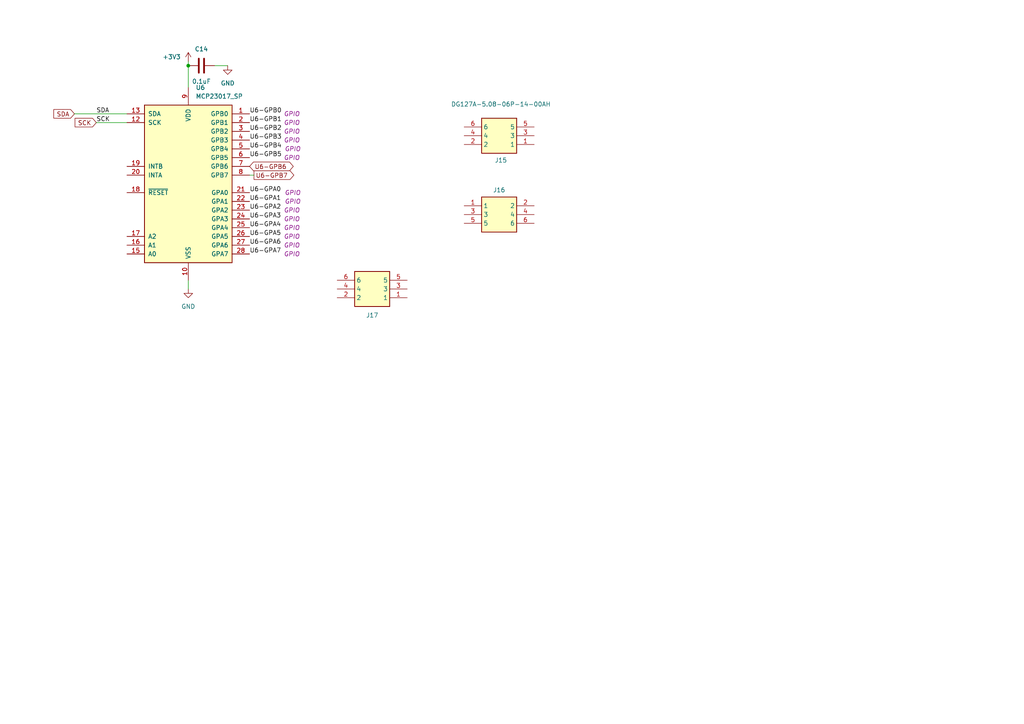
<source format=kicad_sch>
(kicad_sch (version 20250114) (generator "eeschema") (generator_version "9.0")
  (paper "A4")
  (lib_symbols
    (symbol "1_tme:DG127A-5.08-06P-14-00AH"
      (property "Reference" "J" (at 16.51 7.62 0))
      (property "Value" "DG127A-5.08-06P-14-00AH" (at 16.51 5.08 0))
      (symbol "DG127A-5.08-06P-14-00AH_1_1"
        (rectangle (start 5.08 2.54) (end 15.24 -7.62) (stroke (width 0.254)) (fill (type background)))
        (pin passive line (at 0 0 0) (length 5.08) (name "2") (number "2"))
        (pin passive line (at 0 -2.54 0) (length 5.08) (name "4") (number "4"))
        (pin passive line (at 0 -5.08 0) (length 5.08) (name "6") (number "6"))
        (pin passive line (at 20.32 0 180) (length 5.08) (name "1") (number "1"))
        (pin passive line (at 20.32 -2.54 180) (length 5.08) (name "3") (number "3"))
        (pin passive line (at 20.32 -5.08 180) (length 5.08) (name "5") (number "5"))
      )
    )
    (symbol "Device:C" (pin_numbers (hide yes)) (pin_names (offset 0.254))
      (property "Reference" "C" (at 0.635 2.54 0))
      (property "Value" "C" (at 0.635 -2.54 0))
      (symbol "C_0_1"
        (polyline (pts (xy -2.032 0.762) (xy 2.032 0.762)) (stroke (width 0.508)))
        (polyline (pts (xy -2.032 -0.762) (xy 2.032 -0.762)) (stroke (width 0.508)))
      )
      (symbol "C_1_1"
        (pin passive line (at 0 3.81 270) (length 2.794) (name "~") (number "1"))
        (pin passive line (at 0 -3.81 90) (length 2.794) (name "~") (number "2"))
      )
    )
    (symbol "Interface_Expansion:MCP23017_SP" (pin_names (offset 1.016))
      (property "Reference" "U" (at -11.43 24.13 0))
      (property "Value" "MCP23017_SP" (at 0 0 0))
      (symbol "MCP23017_SP_0_1"
        (rectangle (start -12.7 22.86) (end 12.7 -22.86) (stroke (width 0.254)) (fill (type background)))
      )
      (symbol "MCP23017_SP_1_1"
        (pin bidirectional line (at -17.78 20.32 0) (length 5.08) (name "SDA") (number "13"))
        (pin input line (at -17.78 17.78 0) (length 5.08) (name "SCK") (number "12"))
        (pin tri_state line (at -17.78 5.08 0) (length 5.08) (name "INTB") (number "19"))
        (pin tri_state line (at -17.78 2.54 0) (length 5.08) (name "INTA") (number "20"))
        (pin input line (at -17.78 -2.54 0) (length 5.08) (name "~{RESET}") (number "18"))
        (pin input line (at -17.78 -15.24 0) (length 5.08) (name "A2") (number "17"))
        (pin input line (at -17.78 -17.78 0) (length 5.08) (name "A1") (number "16"))
        (pin input line (at -17.78 -20.32 0) (length 5.08) (name "A0") (number "15"))
        (pin no_connect line (at -12.7 15.24 0) (length 5.08) (hide yes) (name "NC") (number "11"))
        (pin no_connect line (at -12.7 12.7 0) (length 5.08) (hide yes) (name "NC") (number "14"))
        (pin power_in line (at 0 27.94 270) (length 5.08) (name "VDD") (number "9"))
        (pin power_in line (at 0 -27.94 90) (length 5.08) (name "VSS") (number "10"))
        (pin bidirectional line (at 17.78 20.32 180) (length 5.08) (name "GPB0") (number "1"))
        (pin bidirectional line (at 17.78 17.78 180) (length 5.08) (name "GPB1") (number "2"))
        (pin bidirectional line (at 17.78 15.24 180) (length 5.08) (name "GPB2") (number "3"))
        (pin bidirectional line (at 17.78 12.7 180) (length 5.08) (name "GPB3") (number "4"))
        (pin bidirectional line (at 17.78 10.16 180) (length 5.08) (name "GPB4") (number "5"))
        (pin bidirectional line (at 17.78 7.62 180) (length 5.08) (name "GPB5") (number "6"))
        (pin bidirectional line (at 17.78 5.08 180) (length 5.08) (name "GPB6") (number "7"))
        (pin output line (at 17.78 2.54 180) (length 5.08) (name "GPB7") (number "8"))
        (pin bidirectional line (at 17.78 -2.54 180) (length 5.08) (name "GPA0") (number "21"))
        (pin bidirectional line (at 17.78 -5.08 180) (length 5.08) (name "GPA1") (number "22"))
        (pin bidirectional line (at 17.78 -7.62 180) (length 5.08) (name "GPA2") (number "23"))
        (pin bidirectional line (at 17.78 -10.16 180) (length 5.08) (name "GPA3") (number "24"))
        (pin bidirectional line (at 17.78 -12.7 180) (length 5.08) (name "GPA4") (number "25"))
        (pin bidirectional line (at 17.78 -15.24 180) (length 5.08) (name "GPA5") (number "26"))
        (pin bidirectional line (at 17.78 -17.78 180) (length 5.08) (name "GPA6") (number "27"))
        (pin output line (at 17.78 -20.32 180) (length 5.08) (name "GPA7") (number "28"))
      )
    )
    (symbol "power:+5VD" (power) (pin_numbers (hide yes)) (pin_names (offset 0) (hide yes))
      (property "Value" "+5VD" (at 0 3.556 0))
      (symbol "+5VD_0_1"
        (polyline (pts (xy -0.762 1.27) (xy 0 2.54)))
        (polyline (pts (xy 0 2.54) (xy 0.762 1.27)))
        (polyline (pts (xy 0 0) (xy 0 2.54)))
      )
      (symbol "+5VD_1_1"
        (pin power_in line (at 0 0 90) (length 0) (name "~") (number "1"))
      )
    )
    (symbol "power:GND" (power) (pin_numbers (hide yes)) (pin_names (offset 0) (hide yes))
      (property "Value" "GND" (at 0 -3.81 0))
      (symbol "GND_0_1"
        (polyline (pts (xy 0 0) (xy 0 -1.27) (xy 1.27 -1.27) (xy 0 -2.54) (xy -1.27 -1.27) (xy 0 -1.27)))
      )
      (symbol "GND_1_1"
        (pin power_in line (at 0 0 270) (length 0) (name "~") (number "1"))
      )
    )
  )
  (junction (at 54.61 19.05))
  (wire (pts (xy 73.66 50.8) (xy 72.39 50.8)))
  (wire (pts (xy 21.59 33.02) (xy 36.83 33.02)))
  (wire (pts (xy 54.61 17.78) (xy 54.61 19.05)))
  (wire (pts (xy 27.94 35.56) (xy 36.83 35.56)))
  (wire (pts (xy 54.61 81.28) (xy 54.61 83.82)))
  (wire (pts (xy 66.04 19.05) (xy 62.23 19.05)))
  (wire (pts (xy 54.61 19.05) (xy 54.61 25.4)))
  (label "U6-GPB2" (at 72.39 38.1 0) (property "Netclass" "GPIO" (at 82.296 38.1 0) (effects (font (italic yes)) (justify left))))
  (label "U6-GPB5" (at 72.39 45.72 0) (property "Netclass" "GPIO" (at 82.296 45.72 0) (effects (font (italic yes)) (justify left))))
  (label "U6-GPA1" (at 72.39 58.42 0) (property "Netclass" "GPIO" (at 82.55 58.42 0) (effects (font (italic yes)) (justify left))))
  (label "U6-GPB4" (at 72.39 43.18 0) (property "Netclass" "GPIO" (at 82.55 43.18 0) (effects (font (italic yes)) (justify left))))
  (label "U6-GPA5" (at 72.39 68.58 0) (property "Netclass" "GPIO" (at 82.296 68.58 0) (effects (font (italic yes)) (justify left))))
  (label "U6-GPB3" (at 72.39 40.64 0) (property "Netclass" "GPIO" (at 82.296 40.64 0) (effects (font (italic yes)) (justify left))))
  (label "U6-GPB1" (at 72.39 35.56 0) (property "Netclass" "GPIO" (at 82.296 35.56 0) (effects (font (italic yes)) (justify left))))
  (label "U6-GPA3" (at 72.39 63.5 0) (property "Netclass" "GPIO" (at 82.296 63.5 0) (effects (font (italic yes)) (justify left))))
  (label "SDA" (at 27.94 33.02 0))
  (label "SCK" (at 27.94 35.56 0))
  (label "U6-GPA4" (at 72.39 66.04 0) (property "Netclass" "GPIO" (at 82.296 66.04 0) (effects (font (italic yes)) (justify left))))
  (label "U6-GPA7" (at 72.39 73.66 0) (property "Netclass" "GPIO" (at 82.296 73.66 0) (effects (font (italic yes)) (justify left))))
  (label "U6-GPA0" (at 72.39 55.88 0) (property "Netclass" "GPIO" (at 82.55 55.88 0) (effects (font (italic yes)) (justify left))))
  (label "U6-GPB0" (at 72.39 33.02 0) (property "Netclass" "GPIO" (at 82.296 33.02 0) (effects (font (italic yes)) (justify left))))
  (label "U6-GPA2" (at 72.39 60.96 0) (property "Netclass" "GPIO" (at 82.296 60.96 0) (effects (font (italic yes)) (justify left))))
  (label "U6-GPA6" (at 72.39 71.12 0) (property "Netclass" "GPIO" (at 82.296 71.12 0) (effects (font (italic yes)) (justify left))))
  (global_label "U6-GPB7" (shape output) (at 73.66 50.8 0) (property "Intersheetrefs" "${INTERSHEET_REFS}" (effects (hide yes))))
  (global_label "SDA" (shape input) (at 21.59 33.02 180) (property "Intersheetrefs" "${INTERSHEET_REFS}" (effects (hide yes))))
  (global_label "U6-GPB6" (shape bidirectional) (at 72.39 48.26 0) (property "Intersheetrefs" "${INTERSHEET_REFS}" (effects (hide yes))))
  (global_label "SCK" (shape input) (at 27.94 35.56 180) (property "Intersheetrefs" "${INTERSHEET_REFS}" (effects (hide yes))))
  (symbol (lib_id "1_tme:DG127A-5.08-06P-14-00AH") (at 154.94 59.69 0) (mirror y) (unit 1)
    (property "Reference" "J16" (at 144.78 55.118 0))
    (property "Value" "DG127A-5.08-06P-14-00AH" (effects (hide yes)))
    (property "Footprint" "DG127A50806P1400AH" (effects (hide yes)))
    (property "Datasheet" "https://www.degson.com/index.php?a=downloadFile&id=1094971&name=%27ZmlsZTQ=%27&lang=en" (effects (hide yes)))
    (property "Description" "PCB terminal block; angled 90; 5.08mm; ways: 6; on PCBs; terminal" (effects (hide yes)))
    (property "Height" "19.41" (effects (hide yes)))
    (property "Manufacturer_Name" "Degson" (effects (hide yes)))
    (property "Manufacturer_Part_Number" "DG127A-5.08-06P-14-00AH" (effects (hide yes)))
  )
  (symbol (lib_id "1_tme:DG127A-5.08-06P-14-00AH") (at 134.62 41.91 0) (mirror x) (unit 1)
    (property "Reference" "J15" (at 145.288 46.482 0))
    (property "Value" "DG127A-5.08-06P-14-00AH" (at 145.288 30.226 0))
    (property "Footprint" "DG127A50806P1400AH" (effects (hide yes)))
    (property "Datasheet" "https://www.degson.com/index.php?a=downloadFile&id=1094971&name=%27ZmlsZTQ=%27&lang=en" (effects (hide yes)))
    (property "Description" "PCB terminal block; angled 90; 5.08mm; ways: 6; on PCBs; terminal" (effects (hide yes)))
    (property "Height" "19.41" (effects (hide yes)))
    (property "Manufacturer_Name" "Degson" (effects (hide yes)))
    (property "Manufacturer_Part_Number" "DG127A-5.08-06P-14-00AH" (effects (hide yes)))
  )
  (symbol (lib_id "1_tme:DG127A-5.08-06P-14-00AH") (at 97.79 86.36 0) (mirror x) (unit 1)
    (property "Reference" "J17" (at 107.95 91.44 0))
    (property "Value" "DG127A-5.08-06P-14-00AH" (effects (hide yes)))
    (property "Footprint" "DG127A50806P1400AH" (effects (hide yes)))
    (property "Datasheet" "https://www.degson.com/index.php?a=downloadFile&id=1094971&name=%27ZmlsZTQ=%27&lang=en" (effects (hide yes)))
    (property "Description" "PCB terminal block; angled 90; 5.08mm; ways: 6; on PCBs; terminal" (effects (hide yes)))
    (property "Height" "19.41" (effects (hide yes)))
    (property "Manufacturer_Name" "Degson" (effects (hide yes)))
    (property "Manufacturer_Part_Number" "DG127A-5.08-06P-14-00AH" (effects (hide yes)))
  )
  (symbol (lib_id "power:GND") (at 54.61 83.82 0) (unit 1)
    (property "Reference" "#PWR014" (effects (hide yes)))
    (property "Value" "GND" (at 54.61 88.9 0))
    (property "Description" "Power symbol creates a global label with name \"GND\" , ground" (effects (hide yes)))
  )
  (symbol (lib_id "power:+5VD") (at 54.61 17.78 0) (unit 1)
    (property "Reference" "#PWR013" (effects (hide yes)))
    (property "Value" "+3V3" (at 49.784 16.51 0))
    (property "Description" "Power symbol creates a global label with name \"+5VD\"" (effects (hide yes)))
  )
  (symbol (lib_id "Interface_Expansion:MCP23017_SP") (at 54.61 53.34 0) (unit 1)
    (property "Reference" "U6" (at 56.7533 25.4 0) (effects (justify left)))
    (property "Value" "MCP23017_SP" (at 56.7533 27.94 0) (effects (justify left)))
    (property "Footprint" "Package_DIP:DIP-28_W7.62mm" (effects (hide yes)))
    (property "Datasheet" "https://ww1.microchip.com/downloads/aemDocuments/documents/APID/ProductDocuments/DataSheets/MCP23017-Data-Sheet-DS20001952.pdf" (effects (hide yes)))
    (property "Description" "16-bit I/O expander, I2C, interrupts, w pull-ups, SPDIP-28" (effects (hide yes)))
  )
  (symbol (lib_id "Device:C") (at 58.42 19.05 90) (unit 1)
    (property "Reference" "C14" (at 58.42 14.224 90))
    (property "Value" "0.1uF" (at 58.42 23.622 90))
    (property "Footprint" "Capacitor_SMD:C_0805_2012Metric_Pad1.18x1.45mm_HandSolder" (effects (hide yes)))
    (property "Description" "Unpolarized capacitor" (effects (hide yes)))
  )
  (symbol (lib_id "power:GND") (at 66.04 19.05 0) (unit 1)
    (property "Reference" "#PWR041" (effects (hide yes)))
    (property "Value" "GND" (at 66.04 24.13 0))
    (property "Description" "Power symbol creates a global label with name \"GND\" , ground" (effects (hide yes)))
  )
)
</source>
